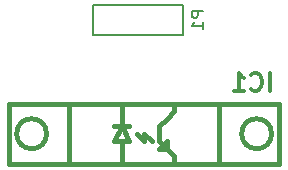
<source format=gbr>
G04 #@! TF.FileFunction,Legend,Bot*
%FSLAX46Y46*%
G04 Gerber Fmt 4.6, Leading zero omitted, Abs format (unit mm)*
G04 Created by KiCad (PCBNEW 4.0.1-stable) date Tuesday, March 29, 2016 'AMt' 01:18:38 AM*
%MOMM*%
G01*
G04 APERTURE LIST*
%ADD10C,0.100000*%
%ADD11C,0.381000*%
%ADD12C,0.150000*%
%ADD13C,0.304800*%
G04 APERTURE END LIST*
D10*
D11*
X152400000Y-115697000D02*
X152400000Y-116332000D01*
X151765000Y-115062000D02*
X151130000Y-115062000D01*
X151130000Y-115062000D02*
X151765000Y-114427000D01*
X151765000Y-114427000D02*
X151765000Y-115062000D01*
X149860000Y-113792000D02*
X150495000Y-114427000D01*
X149225000Y-113792000D02*
X149860000Y-114427000D01*
X147320000Y-113157000D02*
X148590000Y-113157000D01*
X147955000Y-116332000D02*
X147955000Y-115062000D01*
X147955000Y-115062000D02*
X147955000Y-114427000D01*
X147955000Y-114427000D02*
X147320000Y-114427000D01*
X147320000Y-114427000D02*
X148590000Y-114427000D01*
X148590000Y-114427000D02*
X147955000Y-113157000D01*
X147955000Y-113157000D02*
X147320000Y-114427000D01*
X147320000Y-114427000D02*
X147955000Y-113157000D01*
X147955000Y-113157000D02*
X147955000Y-111252000D01*
X152400000Y-111252000D02*
X152400000Y-111887000D01*
X152400000Y-111887000D02*
X151765000Y-112522000D01*
X151765000Y-112522000D02*
X151130000Y-113157000D01*
X151130000Y-113157000D02*
X151130000Y-114427000D01*
X151130000Y-114427000D02*
X152400000Y-115697000D01*
X156210000Y-116332000D02*
X161290000Y-116332000D01*
X161290000Y-116332000D02*
X161290000Y-111252000D01*
X161290000Y-111252000D02*
X156210000Y-111252000D01*
X138430000Y-116332000D02*
X143510000Y-116332000D01*
X138430000Y-116332000D02*
X138430000Y-111252000D01*
X138430000Y-111252000D02*
X143510000Y-111252000D01*
X141605000Y-113792000D02*
G75*
G03X141605000Y-113792000I-1270000J0D01*
G01*
X160655000Y-113792000D02*
G75*
G03X160655000Y-113792000I-1270000J0D01*
G01*
X143510000Y-116332000D02*
X156210000Y-116332000D01*
X156210000Y-116332000D02*
X156210000Y-111252000D01*
X156210000Y-111252000D02*
X143510000Y-111252000D01*
X143510000Y-111252000D02*
X143510000Y-116332000D01*
D12*
X153162000Y-105410000D02*
X145542000Y-105410000D01*
X145542000Y-105410000D02*
X145542000Y-102870000D01*
X145542000Y-102870000D02*
X153162000Y-102870000D01*
X153162000Y-102870000D02*
X153162000Y-105410000D01*
D13*
X160491714Y-110163429D02*
X160491714Y-108639429D01*
X158895143Y-110018286D02*
X158967714Y-110090857D01*
X159185428Y-110163429D01*
X159330571Y-110163429D01*
X159548286Y-110090857D01*
X159693428Y-109945714D01*
X159766000Y-109800571D01*
X159838571Y-109510286D01*
X159838571Y-109292571D01*
X159766000Y-109002286D01*
X159693428Y-108857143D01*
X159548286Y-108712000D01*
X159330571Y-108639429D01*
X159185428Y-108639429D01*
X158967714Y-108712000D01*
X158895143Y-108784571D01*
X157443714Y-110163429D02*
X158314571Y-110163429D01*
X157879143Y-110163429D02*
X157879143Y-108639429D01*
X158024286Y-108857143D01*
X158169428Y-109002286D01*
X158314571Y-109074857D01*
D12*
X154884381Y-103401905D02*
X153884381Y-103401905D01*
X153884381Y-103782858D01*
X153932000Y-103878096D01*
X153979619Y-103925715D01*
X154074857Y-103973334D01*
X154217714Y-103973334D01*
X154312952Y-103925715D01*
X154360571Y-103878096D01*
X154408190Y-103782858D01*
X154408190Y-103401905D01*
X154884381Y-104925715D02*
X154884381Y-104354286D01*
X154884381Y-104640000D02*
X153884381Y-104640000D01*
X154027238Y-104544762D01*
X154122476Y-104449524D01*
X154170095Y-104354286D01*
M02*

</source>
